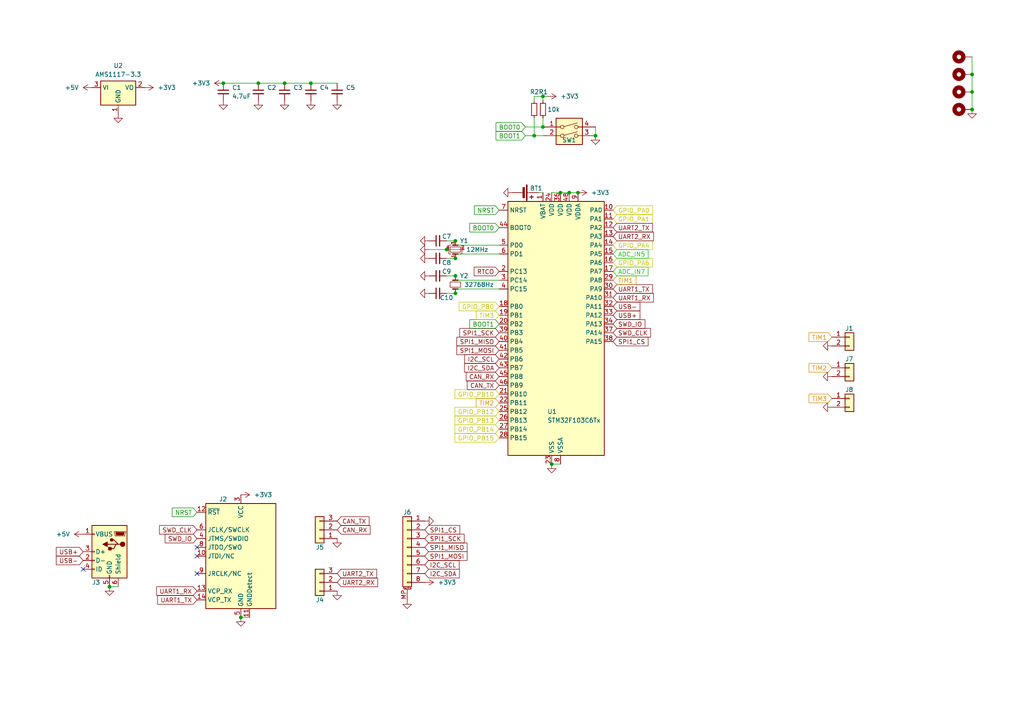
<source format=kicad_sch>
(kicad_sch (version 20230121) (generator eeschema)
  (paper "A4")
  (title_block (title "STM32F103C6 Core Board") (date "2023-11-08") (rev "1.0") (company "JetERA Creative") (comment 1 "https://creativecommons.org/licenses/by-sa/4.0/legalcode.en") (comment 2 "Use of this schematic is governed under the CC BY-SA 4.0 International license."))
  (lib_symbols
    (symbol "Connector:Conn_ST_STDC14"
      (property "Reference" "J" (at -8.89 16.51 0))
      (property "Value" "Conn_ST_STDC14" (at 17.78 16.51 0))
      (symbol "Conn_ST_STDC14_0_1"
        (rectangle (start -10.16 15.24) (end 10.16 -15.24) (stroke (width 0.254)) (fill (type background)))
      )
      (symbol "Conn_ST_STDC14_1_1"
        (pin no_connect line (at -10.16 5.08 0) (length 2.54) hide (name "NC") (number "1"))
        (pin output line (at 12.7 0 180) (length 2.54) (name "JTDI/NC") (number "10"))
        (pin passive line (at -2.54 -17.78 90) (length 2.54) (name "GNDDetect") (number "11"))
        (pin open_collector line (at 12.7 12.7 180) (length 2.54) (name "~{RST}") (number "12"))
        (pin output line (at 12.7 -10.16 180) (length 2.54) (name "VCP_RX") (number "13"))
        (pin input line (at 12.7 -12.7 180) (length 2.54) (name "VCP_TX") (number "14"))
        (pin no_connect line (at -10.16 2.54 0) (length 2.54) hide (name "NC") (number "2"))
        (pin power_in line (at 0 17.78 270) (length 2.54) (name "VCC") (number "3"))
        (pin bidirectional line (at 12.7 5.08 180) (length 2.54) (name "JTMS/SWDIO") (number "4"))
        (pin power_in line (at 0 -17.78 90) (length 2.54) (name "GND") (number "5"))
        (pin output line (at 12.7 7.62 180) (length 2.54) (name "JCLK/SWCLK") (number "6"))
        (pin passive line (at 0 -17.78 90) (length 2.54) hide (name "GND") (number "7"))
        (pin input line (at 12.7 2.54 180) (length 2.54) (name "JTDO/SWO") (number "8"))
        (pin input line (at 12.7 -5.08 180) (length 2.54) (name "JRCLK/NC") (number "9"))
      )
    )
    (symbol "Connector:USB_B_Micro" (pin_names (offset 1.016))
      (property "Reference" "J" (at -5.08 11.43 0))
      (property "Value" "USB_B_Micro" (at -5.08 8.89 0))
      (symbol "USB_B_Micro_0_1"
        (rectangle (start -5.08 -7.62) (end 5.08 7.62) (stroke (width 0.254)) (fill (type background)))
        (circle (center -3.81 2.159) (radius 0.635) (stroke (width 0.254)) (fill (type outline)))
        (circle (center -0.635 3.429) (radius 0.381) (stroke (width 0.254)) (fill (type outline)))
        (rectangle (start -0.127 -7.62) (end 0.127 -6.858))
        (polyline (pts (xy -1.905 2.159) (xy 0.635 2.159)) (stroke (width 0.254)))
        (polyline (pts (xy -3.175 2.159) (xy -2.54 2.159) (xy -1.27 3.429) (xy -0.635 3.429)) (stroke (width 0.254)))
        (polyline (pts (xy -2.54 2.159) (xy -1.905 2.159) (xy -1.27 0.889) (xy 0 0.889)) (stroke (width 0.254)))
        (polyline (pts (xy 0.635 2.794) (xy 0.635 1.524) (xy 1.905 2.159) (xy 0.635 2.794)) (stroke (width 0.254)) (fill (type outline)))
        (polyline (pts (xy -4.318 5.588) (xy -1.778 5.588) (xy -2.032 4.826) (xy -4.064 4.826) (xy -4.318 5.588)) (fill (type outline)))
        (polyline (pts (xy -4.699 5.842) (xy -4.699 5.588) (xy -4.445 4.826) (xy -4.445 4.572) (xy -1.651 4.572) (xy -1.651 4.826) (xy -1.397 5.588) (xy -1.397 5.842) (xy -4.699 5.842)))
        (rectangle (start 0.254 1.27) (end -0.508 0.508) (stroke (width 0.254)) (fill (type outline)))
        (rectangle (start 5.08 -5.207) (end 4.318 -4.953))
        (rectangle (start 5.08 -2.667) (end 4.318 -2.413))
        (rectangle (start 5.08 -0.127) (end 4.318 0.127))
        (rectangle (start 5.08 4.953) (end 4.318 5.207))
      )
      (symbol "USB_B_Micro_1_1"
        (pin power_out line (at 7.62 5.08 180) (length 2.54) (name "VBUS") (number "1"))
        (pin bidirectional line (at 7.62 -2.54 180) (length 2.54) (name "D-") (number "2"))
        (pin bidirectional line (at 7.62 0 180) (length 2.54) (name "D+") (number "3"))
        (pin passive line (at 7.62 -5.08 180) (length 2.54) (name "ID") (number "4"))
        (pin power_out line (at 0 -10.16 90) (length 2.54) (name "GND") (number "5"))
        (pin passive line (at -2.54 -10.16 90) (length 2.54) (name "Shield") (number "6"))
      )
    )
    (symbol "Connector_Generic:Conn_01x02" (pin_names (offset 1.016) hide)
      (property "Reference" "J" (at 0 2.54 0))
      (property "Value" "Conn_01x02" (at 0 -5.08 0))
      (symbol "Conn_01x02_1_1"
        (rectangle (start -1.27 -2.413) (end 0 -2.667) (stroke (width 0.1524)))
        (rectangle (start -1.27 0.127) (end 0 -0.127) (stroke (width 0.1524)))
        (rectangle (start -1.27 1.27) (end 1.27 -3.81) (stroke (width 0.254)) (fill (type background)))
        (pin passive line (at -5.08 0 0) (length 3.81) (name "Pin_1") (number "1"))
        (pin passive line (at -5.08 -2.54 0) (length 3.81) (name "Pin_2") (number "2"))
      )
    )
    (symbol "Connector_Generic:Conn_01x03" (pin_names (offset 1.016) hide)
      (property "Reference" "J" (at 0 5.08 0))
      (property "Value" "Conn_01x03" (at 0 -5.08 0))
      (symbol "Conn_01x03_1_1"
        (rectangle (start -1.27 -2.413) (end 0 -2.667) (stroke (width 0.1524)))
        (rectangle (start -1.27 0.127) (end 0 -0.127) (stroke (width 0.1524)))
        (rectangle (start -1.27 2.667) (end 0 2.413) (stroke (width 0.1524)))
        (rectangle (start -1.27 3.81) (end 1.27 -3.81) (stroke (width 0.254)) (fill (type background)))
        (pin passive line (at -5.08 2.54 0) (length 3.81) (name "Pin_1") (number "1"))
        (pin passive line (at -5.08 0 0) (length 3.81) (name "Pin_2") (number "2"))
        (pin passive line (at -5.08 -2.54 0) (length 3.81) (name "Pin_3") (number "3"))
      )
    )
    (symbol "Connector_Generic_MountingPin:Conn_01x08_MountingPin" (pin_names (offset 1.016) hide)
      (property "Reference" "J" (at 0 10.16 0))
      (property "Value" "Conn_01x08_MountingPin" (at 1.27 -12.7 0))
      (symbol "Conn_01x08_MountingPin_1_1"
        (rectangle (start -1.27 -10.033) (end 0 -10.287) (stroke (width 0.1524)))
        (rectangle (start -1.27 -7.493) (end 0 -7.747) (stroke (width 0.1524)))
        (rectangle (start -1.27 -4.953) (end 0 -5.207) (stroke (width 0.1524)))
        (rectangle (start -1.27 -2.413) (end 0 -2.667) (stroke (width 0.1524)))
        (rectangle (start -1.27 0.127) (end 0 -0.127) (stroke (width 0.1524)))
        (rectangle (start -1.27 2.667) (end 0 2.413) (stroke (width 0.1524)))
        (rectangle (start -1.27 5.207) (end 0 4.953) (stroke (width 0.1524)))
        (rectangle (start -1.27 7.747) (end 0 7.493) (stroke (width 0.1524)))
        (rectangle (start -1.27 8.89) (end 1.27 -11.43) (stroke (width 0.254)) (fill (type background)))
        (polyline (pts (xy -1.016 -12.192) (xy 1.016 -12.192)) (stroke (width 0.1524)))
        (text "Mounting" (at 0 -11.811 0) (effects (font (size 0.381 0.381))))
        (pin passive line (at -5.08 7.62 0) (length 3.81) (name "Pin_1") (number "1"))
        (pin passive line (at -5.08 5.08 0) (length 3.81) (name "Pin_2") (number "2"))
        (pin passive line (at -5.08 2.54 0) (length 3.81) (name "Pin_3") (number "3"))
        (pin passive line (at -5.08 0 0) (length 3.81) (name "Pin_4") (number "4"))
        (pin passive line (at -5.08 -2.54 0) (length 3.81) (name "Pin_5") (number "5"))
        (pin passive line (at -5.08 -5.08 0) (length 3.81) (name "Pin_6") (number "6"))
        (pin passive line (at -5.08 -7.62 0) (length 3.81) (name "Pin_7") (number "7"))
        (pin passive line (at -5.08 -10.16 0) (length 3.81) (name "Pin_8") (number "8"))
        (pin passive line (at 0 -15.24 90) (length 3.048) (name "MountPin") (number "MP"))
      )
    )
    (symbol "Device:Battery_Cell" (pin_numbers hide) (pin_names (offset 0) hide)
      (property "Reference" "BT" (at 2.54 2.54 0))
      (property "Value" "Battery_Cell" (at 2.54 0 0))
      (symbol "Battery_Cell_0_1"
        (rectangle (start -2.286 1.778) (end 2.286 1.524) (fill (type outline)))
        (rectangle (start -1.524 1.016) (end 1.524 0.508) (fill (type outline)))
        (polyline (pts (xy 0 0.762) (xy 0 0)))
        (polyline (pts (xy 0 1.778) (xy 0 2.54)))
        (polyline (pts (xy 0.762 3.048) (xy 1.778 3.048)) (stroke (width 0.254)))
        (polyline (pts (xy 1.27 3.556) (xy 1.27 2.54)) (stroke (width 0.254)))
      )
      (symbol "Battery_Cell_1_1"
        (pin passive line (at 0 5.08 270) (length 2.54) (name "+") (number "1"))
        (pin passive line (at 0 -2.54 90) (length 2.54) (name "-") (number "2"))
      )
    )
    (symbol "Device:C_Small" (pin_numbers hide) (pin_names (offset 0.254) hide)
      (property "Reference" "C" (at 0.254 1.778 0))
      (property "Value" "C_Small" (at 0.254 -2.032 0))
      (symbol "C_Small_0_1"
        (polyline (pts (xy -1.524 -0.508) (xy 1.524 -0.508)) (stroke (width 0.3302)))
        (polyline (pts (xy -1.524 0.508) (xy 1.524 0.508)) (stroke (width 0.3048)))
      )
      (symbol "C_Small_1_1"
        (pin passive line (at 0 2.54 270) (length 2.032) (name "~") (number "1"))
        (pin passive line (at 0 -2.54 90) (length 2.032) (name "~") (number "2"))
      )
    )
    (symbol "Device:Crystal_GND24_Small" (pin_names (offset 1.016) hide)
      (property "Reference" "Y" (at 1.27 4.445 0))
      (property "Value" "Crystal_GND24_Small" (at 1.27 2.54 0))
      (symbol "Crystal_GND24_Small_0_1"
        (rectangle (start -0.762 -1.524) (end 0.762 1.524))
        (polyline (pts (xy -1.27 -0.762) (xy -1.27 0.762)) (stroke (width 0.381)))
        (polyline (pts (xy 1.27 -0.762) (xy 1.27 0.762)) (stroke (width 0.381)))
        (polyline (pts (xy -1.27 -1.27) (xy -1.27 -1.905) (xy 1.27 -1.905) (xy 1.27 -1.27)))
        (polyline (pts (xy -1.27 1.27) (xy -1.27 1.905) (xy 1.27 1.905) (xy 1.27 1.27)))
      )
      (symbol "Crystal_GND24_Small_1_1"
        (pin passive line (at -2.54 0 0) (length 1.27) (name "1") (number "1"))
        (pin passive line (at 0 -2.54 90) (length 0.635) (name "2") (number "2"))
        (pin passive line (at 2.54 0 180) (length 1.27) (name "3") (number "3"))
        (pin passive line (at 0 2.54 270) (length 0.635) (name "4") (number "4"))
      )
    )
    (symbol "Device:Crystal_Small" (pin_numbers hide) (pin_names (offset 1.016) hide)
      (property "Reference" "Y" (at 0 2.54 0))
      (property "Value" "Crystal_Small" (at 0 -2.54 0))
      (symbol "Crystal_Small_0_1"
        (rectangle (start -0.762 -1.524) (end 0.762 1.524))
        (polyline (pts (xy -1.27 -0.762) (xy -1.27 0.762)) (stroke (width 0.381)))
        (polyline (pts (xy 1.27 -0.762) (xy 1.27 0.762)) (stroke (width 0.381)))
      )
      (symbol "Crystal_Small_1_1"
        (pin passive line (at -2.54 0 0) (length 1.27) (name "1") (number "1"))
        (pin passive line (at 2.54 0 180) (length 1.27) (name "2") (number "2"))
      )
    )
    (symbol "Device:R_Small" (pin_numbers hide) (pin_names (offset 0.254) hide)
      (property "Reference" "R" (at 0.762 0.508 0))
      (property "Value" "R_Small" (at 0.762 -1.016 0))
      (symbol "R_Small_0_1"
        (rectangle (start -0.762 1.778) (end 0.762 -1.778) (stroke (width 0.2032)))
      )
      (symbol "R_Small_1_1"
        (pin passive line (at 0 2.54 270) (length 0.762) (name "~") (number "1"))
        (pin passive line (at 0 -2.54 90) (length 0.762) (name "~") (number "2"))
      )
    )
    (symbol "MCU_ST_STM32F1:STM32F103C6Tx"
      (property "Reference" "U" (at -12.7 39.37 0))
      (property "Value" "STM32F103C6Tx" (at 10.16 39.37 0))
      (symbol "STM32F103C6Tx_0_1"
        (rectangle (start -12.7 -35.56) (end 15.24 38.1) (stroke (width 0.254)) (fill (type background)))
      )
      (symbol "STM32F103C6Tx_1_1"
        (pin power_in line (at -2.54 40.64 270) (length 2.54) (name "VBAT") (number "1"))
        (pin bidirectional line (at 17.78 35.56 180) (length 2.54) (name "PA0") (number "10"))
        (pin bidirectional line (at 17.78 33.02 180) (length 2.54) (name "PA1") (number "11"))
        (pin bidirectional line (at 17.78 30.48 180) (length 2.54) (name "PA2") (number "12"))
        (pin bidirectional line (at 17.78 27.94 180) (length 2.54) (name "PA3") (number "13"))
        (pin bidirectional line (at 17.78 25.4 180) (length 2.54) (name "PA4") (number "14"))
        (pin bidirectional line (at 17.78 22.86 180) (length 2.54) (name "PA5") (number "15"))
        (pin bidirectional line (at 17.78 20.32 180) (length 2.54) (name "PA6") (number "16"))
        (pin bidirectional line (at 17.78 17.78 180) (length 2.54) (name "PA7") (number "17"))
        (pin bidirectional line (at -15.24 7.62 0) (length 2.54) (name "PB0") (number "18"))
        (pin bidirectional line (at -15.24 5.08 0) (length 2.54) (name "PB1") (number "19"))
        (pin bidirectional line (at -15.24 17.78 0) (length 2.54) (name "PC13") (number "2"))
        (pin bidirectional line (at -15.24 2.54 0) (length 2.54) (name "PB2") (number "20"))
        (pin bidirectional line (at -15.24 -17.78 0) (length 2.54) (name "PB10") (number "21"))
        (pin bidirectional line (at -15.24 -20.32 0) (length 2.54) (name "PB11") (number "22"))
        (pin power_in line (at 0 -38.1 90) (length 2.54) (name "VSS") (number "23"))
        (pin power_in line (at 0 40.64 270) (length 2.54) (name "VDD") (number "24"))
        (pin bidirectional line (at -15.24 -22.86 0) (length 2.54) (name "PB12") (number "25"))
        (pin bidirectional line (at -15.24 -25.4 0) (length 2.54) (name "PB13") (number "26"))
        (pin bidirectional line (at -15.24 -27.94 0) (length 2.54) (name "PB14") (number "27"))
        (pin bidirectional line (at -15.24 -30.48 0) (length 2.54) (name "PB15") (number "28"))
        (pin bidirectional line (at 17.78 15.24 180) (length 2.54) (name "PA8") (number "29"))
        (pin bidirectional line (at -15.24 15.24 0) (length 2.54) (name "PC14") (number "3"))
        (pin bidirectional line (at 17.78 12.7 180) (length 2.54) (name "PA9") (number "30"))
        (pin bidirectional line (at 17.78 10.16 180) (length 2.54) (name "PA10") (number "31"))
        (pin bidirectional line (at 17.78 7.62 180) (length 2.54) (name "PA11") (number "32"))
        (pin bidirectional line (at 17.78 5.08 180) (length 2.54) (name "PA12") (number "33"))
        (pin bidirectional line (at 17.78 2.54 180) (length 2.54) (name "PA13") (number "34"))
        (pin passive line (at 0 -38.1 90) (length 2.54) hide (name "VSS") (number "35"))
        (pin power_in line (at 2.54 40.64 270) (length 2.54) (name "VDD") (number "36"))
        (pin bidirectional line (at 17.78 0 180) (length 2.54) (name "PA14") (number "37"))
        (pin bidirectional line (at 17.78 -2.54 180) (length 2.54) (name "PA15") (number "38"))
        (pin bidirectional line (at -15.24 0 0) (length 2.54) (name "PB3") (number "39"))
        (pin bidirectional line (at -15.24 12.7 0) (length 2.54) (name "PC15") (number "4"))
        (pin bidirectional line (at -15.24 -2.54 0) (length 2.54) (name "PB4") (number "40"))
        (pin bidirectional line (at -15.24 -5.08 0) (length 2.54) (name "PB5") (number "41"))
        (pin bidirectional line (at -15.24 -7.62 0) (length 2.54) (name "PB6") (number "42"))
        (pin bidirectional line (at -15.24 -10.16 0) (length 2.54) (name "PB7") (number "43"))
        (pin input line (at -15.24 30.48 0) (length 2.54) (name "BOOT0") (number "44"))
        (pin bidirectional line (at -15.24 -12.7 0) (length 2.54) (name "PB8") (number "45"))
        (pin bidirectional line (at -15.24 -15.24 0) (length 2.54) (name "PB9") (number "46"))
        (pin passive line (at 0 -38.1 90) (length 2.54) hide (name "VSS") (number "47"))
        (pin power_in line (at 5.08 40.64 270) (length 2.54) (name "VDD") (number "48"))
        (pin bidirectional line (at -15.24 25.4 0) (length 2.54) (name "PD0") (number "5"))
        (pin bidirectional line (at -15.24 22.86 0) (length 2.54) (name "PD1") (number "6"))
        (pin input line (at -15.24 35.56 0) (length 2.54) (name "NRST") (number "7"))
        (pin power_in line (at 2.54 -38.1 90) (length 2.54) (name "VSSA") (number "8"))
        (pin power_in line (at 7.62 40.64 270) (length 2.54) (name "VDDA") (number "9"))
      )
    )
    (symbol "Mechanical:MountingHole_Pad" (pin_numbers hide) (pin_names (offset 1.016) hide)
      (property "Reference" "H" (at 0 6.35 0))
      (property "Value" "MountingHole_Pad" (at 0 4.445 0))
      (symbol "MountingHole_Pad_0_1"
        (circle (center 0 1.27) (radius 1.27) (stroke (width 1.27)))
      )
      (symbol "MountingHole_Pad_1_1"
        (pin input line (at 0 -2.54 90) (length 2.54) (name "1") (number "1"))
      )
    )
    (symbol "Regulator_Linear:AMS1117-3.3"
      (property "Reference" "U" (at -3.81 3.175 0))
      (property "Value" "AMS1117-3.3" (at 0 3.175 0))
      (symbol "AMS1117-3.3_0_1"
        (rectangle (start -5.08 -5.08) (end 5.08 1.905) (stroke (width 0.254)) (fill (type background)))
      )
      (symbol "AMS1117-3.3_1_1"
        (pin power_in line (at 0 -7.62 90) (length 2.54) (name "GND") (number "1"))
        (pin power_out line (at 7.62 0 180) (length 2.54) (name "VO") (number "2"))
        (pin power_in line (at -7.62 0 0) (length 2.54) (name "VI") (number "3"))
      )
    )
    (symbol "Switch:SW_DIP_x02" (pin_names (offset 0) hide)
      (property "Reference" "SW" (at 0 6.35 0))
      (property "Value" "SW_DIP_x02" (at 0 -3.81 0))
      (symbol "SW_DIP_x02_0_0"
        (circle (center -2.032 0) (radius 0.508))
        (circle (center -2.032 2.54) (radius 0.508))
        (polyline (pts (xy -1.524 0.127) (xy 2.3622 1.1684)))
        (polyline (pts (xy -1.524 2.667) (xy 2.3622 3.7084)))
        (circle (center 2.032 0) (radius 0.508))
        (circle (center 2.032 2.54) (radius 0.508))
      )
      (symbol "SW_DIP_x02_0_1"
        (rectangle (start -3.81 5.08) (end 3.81 -2.54) (stroke (width 0.254)) (fill (type background)))
      )
      (symbol "SW_DIP_x02_1_1"
        (pin passive line (at -7.62 2.54 0) (length 5.08) (name "~") (number "1"))
        (pin passive line (at -7.62 0 0) (length 5.08) (name "~") (number "2"))
        (pin passive line (at 7.62 0 180) (length 5.08) (name "~") (number "3"))
        (pin passive line (at 7.62 2.54 180) (length 5.08) (name "~") (number "4"))
      )
    )
    (symbol "power:+3V3" (power) (pin_names (offset 0))
      (property "Value" "+3V3" (at 0 3.556 0))
      (symbol "+3V3_0_1"
        (polyline (pts (xy -0.762 1.27) (xy 0 2.54)))
        (polyline (pts (xy 0 0) (xy 0 2.54)))
        (polyline (pts (xy 0 2.54) (xy 0.762 1.27)))
      )
      (symbol "+3V3_1_1"
        (pin power_in line (at 0 0 90) (length 0) hide (name "+3V3") (number "1"))
      )
    )
    (symbol "power:+5V" (power) (pin_names (offset 0))
      (property "Value" "+5V" (at 0 3.556 0))
      (symbol "+5V_0_1"
        (polyline (pts (xy -0.762 1.27) (xy 0 2.54)))
        (polyline (pts (xy 0 0) (xy 0 2.54)))
        (polyline (pts (xy 0 2.54) (xy 0.762 1.27)))
      )
      (symbol "+5V_1_1"
        (pin power_in line (at 0 0 90) (length 0) hide (name "+5V") (number "1"))
      )
    )
    (symbol "power:GND" (power) (pin_names (offset 0))
      (property "Value" "GND" (at 0 -3.81 0))
      (symbol "GND_0_1"
        (polyline (pts (xy 0 0) (xy 0 -1.27) (xy 1.27 -1.27) (xy 0 -2.54) (xy -1.27 -1.27) (xy 0 -1.27)))
      )
      (symbol "GND_1_1"
        (pin power_in line (at 0 0 270) (length 0) hide (name "GND") (number "1"))
      )
    )
  )
  (junction (at 82.55 24.13))
  (junction (at 167.64 55.88))
  (junction (at 64.77 24.13))
  (junction (at 157.48 36.83))
  (junction (at 172.72 39.37))
  (junction (at 281.94 21.59))
  (junction (at 154.94 39.37))
  (junction (at 132.08 80.01))
  (junction (at 281.94 31.75))
  (junction (at 165.1 55.88))
  (junction (at 69.85 179.07))
  (junction (at 162.56 55.88))
  (junction (at 74.93 24.13))
  (junction (at 281.94 26.67))
  (junction (at 31.75 170.18))
  (junction (at 157.48 27.94))
  (junction (at 132.08 69.85))
  (junction (at 132.08 85.09))
  (junction (at 90.17 24.13))
  (junction (at 132.08 74.93))
  (junction (at 160.02 134.62))
  (junction (at 129.54 72.39))
  (no_connect (at 57.15 166.37))
  (no_connect (at 24.13 165.1))
  (no_connect (at 57.15 158.75))
  (no_connect (at 57.15 161.29))
  (wire (pts (xy 158.75 27.94) (xy 157.48 27.94)))
  (wire (pts (xy 162.56 55.88) (xy 165.1 55.88)))
  (wire (pts (xy 157.48 27.94) (xy 157.48 29.21)))
  (wire (pts (xy 132.08 81.28) (xy 144.78 81.28)))
  (wire (pts (xy 132.08 71.12) (xy 144.78 71.12)))
  (wire (pts (xy 129.54 80.01) (xy 132.08 80.01)))
  (wire (pts (xy 172.72 36.83) (xy 172.72 39.37)))
  (wire (pts (xy 129.54 72.39) (xy 134.62 72.39)))
  (wire (pts (xy 129.54 74.93) (xy 132.08 74.93)))
  (wire (pts (xy 154.94 27.94) (xy 154.94 29.21)))
  (wire (pts (xy 156.21 55.88) (xy 157.48 55.88)))
  (wire (pts (xy 64.77 24.13) (xy 74.93 24.13)))
  (wire (pts (xy 152.4 39.37) (xy 154.94 39.37)))
  (wire (pts (xy 281.94 26.67) (xy 281.94 31.75)))
  (wire (pts (xy 82.55 24.13) (xy 90.17 24.13)))
  (wire (pts (xy 154.94 34.29) (xy 154.94 39.37)))
  (wire (pts (xy 165.1 55.88) (xy 167.64 55.88)))
  (wire (pts (xy 74.93 24.13) (xy 82.55 24.13)))
  (wire (pts (xy 132.08 83.82) (xy 144.78 83.82)))
  (wire (pts (xy 157.48 34.29) (xy 157.48 36.83)))
  (wire (pts (xy 154.94 39.37) (xy 157.48 39.37)))
  (wire (pts (xy 281.94 21.59) (xy 281.94 26.67)))
  (wire (pts (xy 154.94 27.94) (xy 157.48 27.94)))
  (wire (pts (xy 132.08 73.66) (xy 144.78 73.66)))
  (wire (pts (xy 281.94 16.51) (xy 281.94 21.59)))
  (wire (pts (xy 132.08 85.09) (xy 132.08 83.82)))
  (wire (pts (xy 129.54 85.09) (xy 132.08 85.09)))
  (wire (pts (xy 69.85 179.07) (xy 72.39 179.07)))
  (wire (pts (xy 124.46 72.39) (xy 129.54 72.39)))
  (wire (pts (xy 160.02 55.88) (xy 162.56 55.88)))
  (wire (pts (xy 31.75 170.18) (xy 34.29 170.18)))
  (wire (pts (xy 132.08 73.66) (xy 132.08 74.93)))
  (wire (pts (xy 129.54 69.85) (xy 132.08 69.85)))
  (wire (pts (xy 152.4 36.83) (xy 157.48 36.83)))
  (wire (pts (xy 160.02 134.62) (xy 162.56 134.62)))
  (wire (pts (xy 132.08 71.12) (xy 132.08 69.85)))
  (wire (pts (xy 132.08 80.01) (xy 132.08 81.28)))
  (wire (pts (xy 90.17 24.13) (xy 97.79 24.13)))
  (global_label "UART1_TX" (shape input) (at 57.15 173.99 180) (property "Intersheetrefs" "${INTERSHEET_REFS}" (effects hide)))
  (global_label "USB+" (shape input) (at 24.13 160.02 180) (property "Intersheetrefs" "${INTERSHEET_REFS}" (effects hide)))
  (global_label "NRST" (shape input) (at 57.15 148.59 180) (property "Intersheetrefs" "${INTERSHEET_REFS}" (effects hide)))
  (global_label "NRST" (shape input) (at 144.78 60.96 180) (property "Intersheetrefs" "${INTERSHEET_REFS}" (effects hide)))
  (global_label "GPIO_PB13" (shape input) (at 144.78 121.92 180) (property "Intersheetrefs" "${INTERSHEET_REFS}" (effects hide)))
  (global_label "CAN_RX" (shape input) (at 97.79 153.67 0) (property "Intersheetrefs" "${INTERSHEET_REFS}" (effects hide)))
  (global_label "TIM2" (shape input) (at 144.78 116.84 180) (property "Intersheetrefs" "${INTERSHEET_REFS}" (effects hide)))
  (global_label "I2C_SDA" (shape input) (at 144.78 106.68 180) (property "Intersheetrefs" "${INTERSHEET_REFS}" (effects hide)))
  (global_label "UART1_RX" (shape input) (at 57.15 171.45 180) (property "Intersheetrefs" "${INTERSHEET_REFS}" (effects hide)))
  (global_label "SPI1_MOSI" (shape input) (at 123.19 161.29 0) (property "Intersheetrefs" "${INTERSHEET_REFS}" (effects hide)))
  (global_label "GPIO_PA1" (shape input) (at 177.8 63.5 0) (property "Intersheetrefs" "${INTERSHEET_REFS}" (effects hide)))
  (global_label "GPIO_PB12" (shape input) (at 144.78 119.38 180) (property "Intersheetrefs" "${INTERSHEET_REFS}" (effects hide)))
  (global_label "UART1_RX" (shape input) (at 177.8 86.36 0) (property "Intersheetrefs" "${INTERSHEET_REFS}" (effects hide)))
  (global_label "SWD_IO" (shape input) (at 57.15 156.21 180) (property "Intersheetrefs" "${INTERSHEET_REFS}" (effects hide)))
  (global_label "GPIO_PB10" (shape input) (at 144.78 114.3 180) (property "Intersheetrefs" "${INTERSHEET_REFS}" (effects hide)))
  (global_label "USB+" (shape input) (at 177.8 91.44 0) (property "Intersheetrefs" "${INTERSHEET_REFS}" (effects hide)))
  (global_label "TIM3" (shape input) (at 241.3 115.57 180) (property "Intersheetrefs" "${INTERSHEET_REFS}" (effects hide)))
  (global_label "BOOT1" (shape input) (at 152.4 39.37 180) (property "Intersheetrefs" "${INTERSHEET_REFS}" (effects hide)))
  (global_label "UART1_TX" (shape input) (at 177.8 83.82 0) (property "Intersheetrefs" "${INTERSHEET_REFS}" (effects hide)))
  (global_label "GPIO_PA4" (shape input) (at 177.8 71.12 0) (property "Intersheetrefs" "${INTERSHEET_REFS}" (effects hide)))
  (global_label "RTCO" (shape input) (at 144.78 78.74 180) (property "Intersheetrefs" "${INTERSHEET_REFS}" (effects hide)))
  (global_label "UART2_RX" (shape input) (at 177.8 68.58 0) (property "Intersheetrefs" "${INTERSHEET_REFS}" (effects hide)))
  (global_label "GPIO_PA6" (shape input) (at 177.8 76.2 0) (property "Intersheetrefs" "${INTERSHEET_REFS}" (effects hide)))
  (global_label "SWD_CLK" (shape input) (at 57.15 153.67 180) (property "Intersheetrefs" "${INTERSHEET_REFS}" (effects hide)))
  (global_label "CAN_TX" (shape input) (at 97.79 151.13 0) (property "Intersheetrefs" "${INTERSHEET_REFS}" (effects hide)))
  (global_label "USB-" (shape input) (at 177.8 88.9 0) (property "Intersheetrefs" "${INTERSHEET_REFS}" (effects hide)))
  (global_label "TIM1" (shape input) (at 241.3 97.79 180) (property "Intersheetrefs" "${INTERSHEET_REFS}" (effects hide)))
  (global_label "BOOT0" (shape input) (at 152.4 36.83 180) (property "Intersheetrefs" "${INTERSHEET_REFS}" (effects hide)))
  (global_label "SPI1_SCK" (shape input) (at 144.78 96.52 180) (property "Intersheetrefs" "${INTERSHEET_REFS}" (effects hide)))
  (global_label "UART2_TX" (shape input) (at 97.79 166.37 0) (property "Intersheetrefs" "${INTERSHEET_REFS}" (effects hide)))
  (global_label "TIM2" (shape input) (at 241.3 106.68 180) (property "Intersheetrefs" "${INTERSHEET_REFS}" (effects hide)))
  (global_label "SPI1_SCK" (shape input) (at 123.19 156.21 0) (property "Intersheetrefs" "${INTERSHEET_REFS}" (effects hide)))
  (global_label "I2C_SCL" (shape input) (at 144.78 104.14 180) (property "Intersheetrefs" "${INTERSHEET_REFS}" (effects hide)))
  (global_label "SPI1_CS" (shape input) (at 177.8 99.06 0) (property "Intersheetrefs" "${INTERSHEET_REFS}" (effects hide)))
  (global_label "CAN_RX" (shape input) (at 144.78 109.22 180) (property "Intersheetrefs" "${INTERSHEET_REFS}" (effects hide)))
  (global_label "UART2_TX" (shape input) (at 177.8 66.04 0) (property "Intersheetrefs" "${INTERSHEET_REFS}" (effects hide)))
  (global_label "BOOT0" (shape input) (at 144.78 66.04 180) (property "Intersheetrefs" "${INTERSHEET_REFS}" (effects hide)))
  (global_label "TIM1" (shape input) (at 177.8 81.28 0) (property "Intersheetrefs" "${INTERSHEET_REFS}" (effects hide)))
  (global_label "I2C_SDA" (shape input) (at 123.19 166.37 0) (property "Intersheetrefs" "${INTERSHEET_REFS}" (effects hide)))
  (global_label "CAN_TX" (shape input) (at 144.78 111.76 180) (property "Intersheetrefs" "${INTERSHEET_REFS}" (effects hide)))
  (global_label "I2C_SCL" (shape input) (at 123.19 163.83 0) (property "Intersheetrefs" "${INTERSHEET_REFS}" (effects hide)))
  (global_label "SPI1_MISO" (shape input) (at 123.19 158.75 0) (property "Intersheetrefs" "${INTERSHEET_REFS}" (effects hide)))
  (global_label "TIM3" (shape input) (at 144.78 91.44 180) (property "Intersheetrefs" "${INTERSHEET_REFS}" (effects hide)))
  (global_label "GPIO_PB0" (shape input) (at 144.78 88.9 180) (property "Intersheetrefs" "${INTERSHEET_REFS}" (effects hide)))
  (global_label "ADC_IN7" (shape input) (at 177.8 78.74 0) (property "Intersheetrefs" "${INTERSHEET_REFS}" (effects hide)))
  (global_label "SWD_IO" (shape input) (at 177.8 93.98 0) (property "Intersheetrefs" "${INTERSHEET_REFS}" (effects hide)))
  (global_label "UART2_RX" (shape input) (at 97.79 168.91 0) (property "Intersheetrefs" "${INTERSHEET_REFS}" (effects hide)))
  (global_label "GPIO_PA0" (shape input) (at 177.8 60.96 0) (property "Intersheetrefs" "${INTERSHEET_REFS}" (effects hide)))
  (global_label "ADC_IN5" (shape input) (at 177.8 73.66 0) (property "Intersheetrefs" "${INTERSHEET_REFS}" (effects hide)))
  (global_label "SWD_CLK" (shape input) (at 177.8 96.52 0) (property "Intersheetrefs" "${INTERSHEET_REFS}" (effects hide)))
  (global_label "SPI1_MISO" (shape input) (at 144.78 99.06 180) (property "Intersheetrefs" "${INTERSHEET_REFS}" (effects hide)))
  (global_label "BOOT1" (shape input) (at 144.78 93.98 180) (property "Intersheetrefs" "${INTERSHEET_REFS}" (effects hide)))
  (global_label "GPIO_PB14" (shape input) (at 144.78 124.46 180) (property "Intersheetrefs" "${INTERSHEET_REFS}" (effects hide)))
  (global_label "SPI1_CS" (shape input) (at 123.19 153.67 0) (property "Intersheetrefs" "${INTERSHEET_REFS}" (effects hide)))
  (global_label "GPIO_PB15" (shape input) (at 144.78 127 180) (property "Intersheetrefs" "${INTERSHEET_REFS}" (effects hide)))
  (global_label "USB-" (shape input) (at 24.13 162.56 180) (property "Intersheetrefs" "${INTERSHEET_REFS}" (effects hide)))
  (global_label "SPI1_MOSI" (shape input) (at 144.78 101.6 180) (property "Intersheetrefs" "${INTERSHEET_REFS}" (effects hide)))
  (symbol (lib_id "Device:C_Small") (at 90.17 26.67 0) (unit 1)
    (property "Reference" "C4" (at 92.71 25.4063 0) (effects (justify left)))
    (property "Value" "4.7uF" (effects hide))
    (property "Footprint" "Capacitor_SMD:C_0603_1608Metric" (effects hide))
  )
  (symbol (lib_id "power:GND") (at 124.46 85.09 270) (unit 1)
    (property "Reference" "#PWR022" (effects hide))
    (property "Value" "GND" (effects hide))
  )
  (symbol (lib_id "Connector:USB_B_Micro") (at 31.75 160.02 0) (mirror y) (unit 1)
    (property "Reference" "J3" (at 26.67 168.91 0) (effects (justify right)))
    (property "Value" "USB_B_Micro" (effects hide))
    (property "Footprint" "Connector_USB:USB_Micro-B_Amphenol_10118194_Horizontal" (effects hide))
  )
  (symbol (lib_id "power:GND") (at 82.55 29.21 0) (unit 1)
    (property "Reference" "#PWR09" (effects hide))
    (property "Value" "GND" (effects hide))
  )
  (symbol (lib_id "Device:Crystal_Small") (at 132.08 82.55 270) (unit 1)
    (property "Reference" "Y2" (at 133.35 80.01 90) (effects (justify left)))
    (property "Value" "32768Hz" (at 134.62 82.55 90) (effects (justify left)))
    (property "Footprint" "Crystal:Crystal_SMD_3215-2Pin_3.2x1.5mm" (effects hide))
  )
  (symbol (lib_id "Connector_Generic:Conn_01x02") (at 246.38 106.68 0) (unit 1)
    (property "Reference" "J7" (at 245.11 104.14 0) (effects (justify left)))
    (property "Value" "Conn_01x02" (effects hide))
    (property "Footprint" "Connector_PinHeader_2.54mm:PinHeader_1x02_P2.54mm_Horizontal" (effects hide))
  )
  (symbol (lib_id "Device:C_Small") (at 127 69.85 90) (unit 1)
    (property "Reference" "C7" (at 129.54 68.58 90))
    (property "Value" "10pF" (effects hide))
    (property "Footprint" "Capacitor_SMD:C_0603_1608Metric" (effects hide))
  )
  (symbol (lib_id "power:GND") (at 124.46 80.01 270) (unit 1)
    (property "Reference" "#PWR021" (effects hide))
    (property "Value" "GND" (effects hide))
  )
  (symbol (lib_id "Device:R_Small") (at 154.94 31.75 0) (unit 1)
    (property "Reference" "R2" (at 153.67 26.67 0) (effects (justify left)))
    (property "Value" "10k" (effects hide))
    (property "Footprint" "Resistor_SMD:R_0603_1608Metric" (effects hide))
  )
  (symbol (lib_id "Connector:Conn_ST_STDC14") (at 69.85 161.29 0) (mirror y) (unit 1)
    (property "Reference" "J2" (at 63.5 144.78 0) (effects (justify right)))
    (property "Value" "Conn_ST_STDC14" (effects hide))
    (property "Footprint" "Connector_PinHeader_1.27mm:PinHeader_2x07_P1.27mm_Vertical_SMD" (effects hide))
    (property "Datasheet" "https://www.st.com/content/ccc/resource/technical/document/user_manual/group1/99/49/91/b6/b2/3a/46/e5/DM00526767/files/DM00526767.pdf/jcr:content/translations/en.DM00526767.pdf" (effects hide))
  )
  (symbol (lib_id "Connector_Generic_MountingPin:Conn_01x08_MountingPin") (at 118.11 158.75 0) (mirror y) (unit 1)
    (property "Reference" "J6" (at 118.11 148.59 0))
    (property "Value" "Conn_01x08_MountingPin" (effects hide))
    (property "Footprint" "Connector_FFC-FPC:TE_84952-8_1x08-1MP_P1.0mm_Horizontal" (effects hide))
  )
  (symbol (lib_id "Regulator_Linear:AMS1117-3.3") (at 34.29 25.4 0) (unit 1)
    (property "Reference" "U2" (at 34.29 19.05 0))
    (property "Value" "AMS1117-3.3" (at 34.29 21.59 0))
    (property "Footprint" "Package_TO_SOT_SMD:SOT-223-3_TabPin2" (effects hide))
    (property "Datasheet" "http://www.advanced-monolithic.com/pdf/ds1117.pdf" (effects hide))
  )
  (symbol (lib_id "Device:C_Small") (at 74.93 26.67 0) (unit 1)
    (property "Reference" "C2" (at 77.47 25.4063 0) (effects (justify left)))
    (property "Value" "4.7uF" (effects hide))
    (property "Footprint" "Capacitor_SMD:C_0603_1608Metric" (effects hide))
  )
  (symbol (lib_id "power:GND") (at 241.3 100.33 270) (unit 1)
    (property "Reference" "#PWR033" (effects hide))
    (property "Value" "GND" (effects hide))
  )
  (symbol (lib_id "Device:C_Small") (at 64.77 26.67 0) (unit 1)
    (property "Reference" "C1" (at 67.31 25.4063 0) (effects (justify left)))
    (property "Value" "4.7uF" (at 67.31 27.9463 0) (effects (justify left)))
    (property "Footprint" "Capacitor_SMD:C_0603_1608Metric" (effects hide))
  )
  (symbol (lib_id "power:+3V3") (at 158.75 27.94 270) (unit 1)
    (property "Reference" "#PWR026" (effects hide))
    (property "Value" "+3V3" (at 162.56 27.94 90) (effects (justify left)))
  )
  (symbol (lib_id "Device:R_Small") (at 157.48 31.75 0) (unit 1)
    (property "Reference" "R1" (at 156.21 26.67 0) (effects (justify left)))
    (property "Value" "10k" (at 158.75 31.75 0) (effects (justify left)))
    (property "Footprint" "Resistor_SMD:R_0603_1608Metric" (effects hide))
  )
  (symbol (lib_id "power:+3V3") (at 167.64 55.88 270) (unit 1)
    (property "Reference" "#PWR02" (effects hide))
    (property "Value" "+3V3" (at 171.45 55.88 90) (effects (justify left)))
  )
  (symbol (lib_id "power:GND") (at 160.02 134.62 0) (unit 1)
    (property "Reference" "#PWR01" (effects hide))
    (property "Value" "GND" (effects hide))
  )
  (symbol (lib_id "power:GND") (at 148.59 55.88 270) (unit 1)
    (property "Reference" "#PWR05" (effects hide))
    (property "Value" "GND" (effects hide))
  )
  (symbol (lib_id "power:GND") (at 74.93 29.21 0) (unit 1)
    (property "Reference" "#PWR08" (effects hide))
    (property "Value" "GND" (effects hide))
  )
  (symbol (lib_id "Connector_Generic:Conn_01x02") (at 246.38 97.79 0) (unit 1)
    (property "Reference" "J1" (at 245.11 95.25 0) (effects (justify left)))
    (property "Value" "Conn_01x02" (effects hide))
    (property "Footprint" "Connector_PinHeader_2.54mm:PinHeader_1x02_P2.54mm_Horizontal" (effects hide))
  )
  (symbol (lib_id "power:+5V") (at 26.67 25.4 90) (unit 1)
    (property "Reference" "#PWR030" (effects hide))
    (property "Value" "+5V" (at 22.86 25.4 90) (effects (justify left)))
  )
  (symbol (lib_id "Device:C_Small") (at 127 74.93 90) (unit 1)
    (property "Reference" "C8" (at 129.54 76.2 90))
    (property "Value" "10pF" (effects hide))
    (property "Footprint" "Capacitor_SMD:C_0603_1608Metric" (effects hide))
  )
  (symbol (lib_id "power:GND") (at 64.77 29.21 0) (unit 1)
    (property "Reference" "#PWR06" (effects hide))
    (property "Value" "GND" (effects hide))
  )
  (symbol (lib_id "power:+5V") (at 24.13 154.94 90) (unit 1)
    (property "Reference" "#PWR018" (effects hide))
    (property "Value" "+5V" (at 20.32 154.94 90) (effects (justify left)))
  )
  (symbol (lib_id "Device:C_Small") (at 127 85.09 90) (unit 1)
    (property "Reference" "C10" (at 129.54 86.36 90))
    (property "Value" "10pF" (effects hide))
    (property "Footprint" "Capacitor_SMD:C_0603_1608Metric" (effects hide))
  )
  (symbol (lib_id "Connector_Generic:Conn_01x02") (at 246.38 115.57 0) (unit 1)
    (property "Reference" "J8" (at 245.11 113.03 0) (effects (justify left)))
    (property "Value" "Conn_01x02" (effects hide))
    (property "Footprint" "Connector_PinHeader_2.54mm:PinHeader_1x02_P2.54mm_Horizontal" (effects hide))
  )
  (symbol (lib_id "Device:C_Small") (at 82.55 26.67 0) (unit 1)
    (property "Reference" "C3" (at 85.09 25.4063 0) (effects (justify left)))
    (property "Value" "4.7uF" (effects hide))
    (property "Footprint" "Capacitor_SMD:C_0603_1608Metric" (effects hide))
  )
  (symbol (lib_id "power:GND") (at 172.72 39.37 0) (unit 1)
    (property "Reference" "#PWR023" (effects hide))
    (property "Value" "GND" (effects hide))
  )
  (symbol (lib_id "power:GND") (at 31.75 170.18 0) (unit 1)
    (property "Reference" "#PWR017" (effects hide))
    (property "Value" "GND" (effects hide))
  )
  (symbol (lib_id "power:GND") (at 118.11 173.99 0) (unit 1)
    (property "Reference" "#PWR027" (effects hide))
    (property "Value" "GND" (effects hide))
  )
  (symbol (lib_id "power:GND") (at 123.19 151.13 90) (mirror x) (unit 1)
    (property "Reference" "#PWR013" (effects hide))
    (property "Value" "GND" (effects hide))
  )
  (symbol (lib_id "Device:Crystal_GND24_Small") (at 132.08 72.39 90) (unit 1)
    (property "Reference" "Y1" (at 134.62 69.85 90))
    (property "Value" "12MHz" (at 138.43 72.39 90))
    (property "Footprint" "Crystal:Crystal_SMD_3225-4Pin_3.2x2.5mm" (effects hide))
  )
  (symbol (lib_id "Device:C_Small") (at 127 80.01 90) (unit 1)
    (property "Reference" "C9" (at 129.54 78.74 90))
    (property "Value" "10pF" (effects hide))
    (property "Footprint" "Capacitor_SMD:C_0603_1608Metric" (effects hide))
  )
  (symbol (lib_id "Connector_Generic:Conn_01x03") (at 92.71 153.67 180) (unit 1)
    (property "Reference" "J5" (at 93.98 158.75 0) (effects (justify left)))
    (property "Value" "Conn_01x03" (effects hide))
    (property "Footprint" "Connector_PinHeader_2.54mm:PinHeader_1x03_P2.54mm_Horizontal" (effects hide))
  )
  (symbol (lib_id "power:GND") (at 34.29 33.02 0) (unit 1)
    (property "Reference" "#PWR028" (effects hide))
    (property "Value" "GND" (effects hide))
  )
  (symbol (lib_id "power:GND") (at 241.3 109.22 270) (unit 1)
    (property "Reference" "#PWR032" (effects hide))
    (property "Value" "GND" (effects hide))
  )
  (symbol (lib_id "power:GND") (at 69.85 179.07 0) (unit 1)
    (property "Reference" "#PWR014" (effects hide))
    (property "Value" "GND" (effects hide))
  )
  (symbol (lib_id "power:GND") (at 90.17 29.21 0) (unit 1)
    (property "Reference" "#PWR010" (effects hide))
    (property "Value" "GND" (effects hide))
  )
  (symbol (lib_id "Mechanical:MountingHole_Pad") (at 279.4 26.67 90) (unit 1)
    (property "Reference" "H3" (effects hide))
    (property "Value" "MountingHole_Pad" (effects hide))
    (property "Footprint" "MountingHole:MountingHole_2.7mm_Pad_Via" (effects hide))
  )
  (symbol (lib_id "power:+3V3") (at 123.19 168.91 270) (mirror x) (unit 1)
    (property "Reference" "#PWR016" (effects hide))
    (property "Value" "+3V3" (at 127 168.91 90) (effects (justify left)))
  )
  (symbol (lib_id "power:+3V3") (at 64.77 24.13 90) (mirror x) (unit 1)
    (property "Reference" "#PWR07" (effects hide))
    (property "Value" "+3V3" (at 60.96 24.13 90) (effects (justify left)))
  )
  (symbol (lib_id "power:GND") (at 97.79 29.21 0) (unit 1)
    (property "Reference" "#PWR011" (effects hide))
    (property "Value" "GND" (effects hide))
  )
  (symbol (lib_id "power:GND") (at 124.46 72.39 270) (unit 1)
    (property "Reference" "#PWR03" (effects hide))
    (property "Value" "GND" (effects hide))
  )
  (symbol (lib_id "power:+3V3") (at 41.91 25.4 270) (unit 1)
    (property "Reference" "#PWR029" (effects hide))
    (property "Value" "+3V3" (at 45.72 25.4 90) (effects (justify left)))
  )
  (symbol (lib_id "power:GND") (at 241.3 118.11 270) (unit 1)
    (property "Reference" "#PWR031" (effects hide))
    (property "Value" "GND" (effects hide))
  )
  (symbol (lib_id "Mechanical:MountingHole_Pad") (at 279.4 16.51 90) (unit 1)
    (property "Reference" "H1" (effects hide))
    (property "Value" "MountingHole_Pad" (effects hide))
    (property "Footprint" "MountingHole:MountingHole_2.7mm_Pad_Via" (effects hide))
  )
  (symbol (lib_id "Device:Battery_Cell") (at 151.13 55.88 270) (unit 1)
    (property "Reference" "BT1" (at 153.67 54.61 90) (effects (justify left)))
    (property "Value" "Battery_Cell" (effects hide))
    (property "Footprint" "Connector_PinHeader_1.00mm:PinHeader_1x02_P1.00mm_Vertical" (effects hide))
  )
  (symbol (lib_id "power:GND") (at 281.94 31.75 0) (unit 1)
    (property "Reference" "#PWR04" (effects hide))
    (property "Value" "GND" (effects hide))
  )
  (symbol (lib_id "Connector_Generic:Conn_01x03") (at 92.71 168.91 180) (unit 1)
    (property "Reference" "J4" (at 93.98 173.99 0) (effects (justify left)))
    (property "Value" "Conn_01x03" (effects hide))
    (property "Footprint" "Connector_PinHeader_2.54mm:PinHeader_1x03_P2.54mm_Horizontal" (effects hide))
  )
  (symbol (lib_id "Mechanical:MountingHole_Pad") (at 279.4 31.75 90) (unit 1)
    (property "Reference" "H4" (effects hide))
    (property "Value" "MountingHole_Pad" (effects hide))
    (property "Footprint" "MountingHole:MountingHole_2.7mm_Pad_Via" (effects hide))
  )
  (symbol (lib_id "Device:C_Small") (at 97.79 26.67 0) (unit 1)
    (property "Reference" "C5" (at 100.33 25.4063 0) (effects (justify left)))
    (property "Value" "4.7uF" (effects hide))
    (property "Footprint" "Capacitor_SMD:C_0603_1608Metric" (effects hide))
  )
  (symbol (lib_id "power:+3V3") (at 69.85 143.51 270) (unit 1)
    (property "Reference" "#PWR015" (effects hide))
    (property "Value" "+3V3" (at 73.66 143.51 90) (effects (justify left)))
  )
  (symbol (lib_id "Switch:SW_DIP_x02") (at 165.1 39.37 0) (unit 1)
    (property "Reference" "SW1" (at 165.1 40.64 0))
    (property "Value" "SW_DIP_x02" (effects hide))
    (property "Footprint" "Button_Switch_SMD:SW_DIP_SPSTx02_Slide_Copal_CHS-02B_W7.62mm_P1.27mm" (effects hide))
  )
  (symbol (lib_id "Mechanical:MountingHole_Pad") (at 279.4 21.59 90) (unit 1)
    (property "Reference" "H2" (effects hide))
    (property "Value" "MountingHole_Pad" (effects hide))
    (property "Footprint" "MountingHole:MountingHole_2.7mm_Pad_Via" (effects hide))
  )
  (symbol (lib_id "MCU_ST_STM32F1:STM32F103C6Tx") (at 160.02 96.52 0) (unit 1)
    (property "Reference" "U1" (at 158.75 119.38 0) (effects (justify left)))
    (property "Value" "STM32F103C6Tx" (at 158.75 121.92 0) (effects (justify left)))
    (property "Footprint" "Package_QFP:LQFP-48_7x7mm_P0.5mm" (effects hide))
    (property "Datasheet" "https://www.st.com/resource/en/datasheet/stm32f103c6.pdf" (effects hide))
  )
  (symbol (lib_id "power:GND") (at 124.46 69.85 270) (unit 1)
    (property "Reference" "#PWR019" (effects hide))
    (property "Value" "GND" (effects hide))
  )
  (symbol (lib_id "power:GND") (at 97.79 156.21 0) (mirror y) (unit 1)
    (property "Reference" "#PWR025" (effects hide))
    (property "Value" "GND" (effects hide))
  )
  (symbol (lib_id "power:GND") (at 124.46 74.93 270) (unit 1)
    (property "Reference" "#PWR020" (effects hide))
    (property "Value" "GND" (effects hide))
  )
  (symbol (lib_id "power:GND") (at 97.79 171.45 0) (mirror y) (unit 1)
    (property "Reference" "#PWR024" (effects hide))
    (property "Value" "GND" (effects hide))
  )
)
</source>
